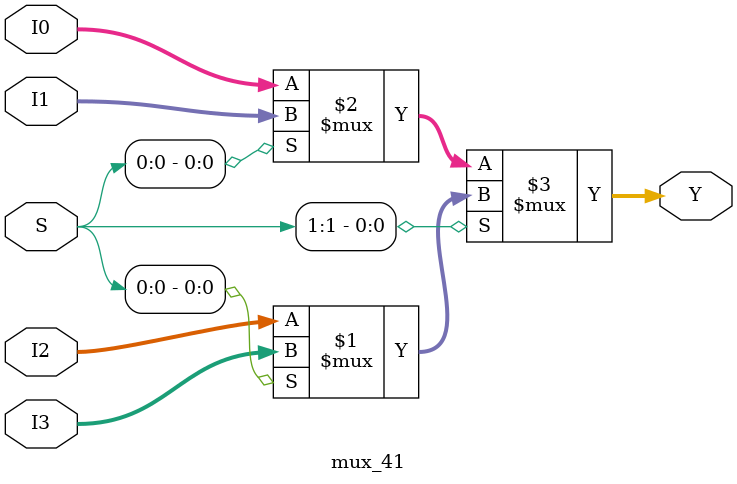
<source format=v>
module mux_41(I0, I1, I2, I3, S, Y);

output [1:0] Y;
input [1:0] I0, I1, I2, I3;
input [1:0] S;

assign Y = S[1] ? (S[0] ? I3:I2) : (S[0] ? I1:I0);

endmodule
</source>
